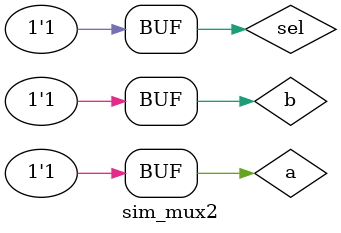
<source format=v>
`timescale 1ns / 1ps


module sim_mux2();
reg a, b, sel;
wire out;
mux2_1 st(a,b,sel,out);
initial
begin
#0 a = 0; b = 0; sel = 0;
#30 a = 0; b = 0; sel = 0;
#30 a = 0; b = 0; sel = 1;
#30 a = 0; b = 1; sel = 0;
#30 a = 0; b = 1; sel = 1;
#30 a = 1; b = 0; sel = 0;
#30 a = 1; b = 1; sel = 0;
#30 a = 1; b = 0; sel = 1;
#30 a = 1; b = 1; sel = 1;
end
endmodule

</source>
